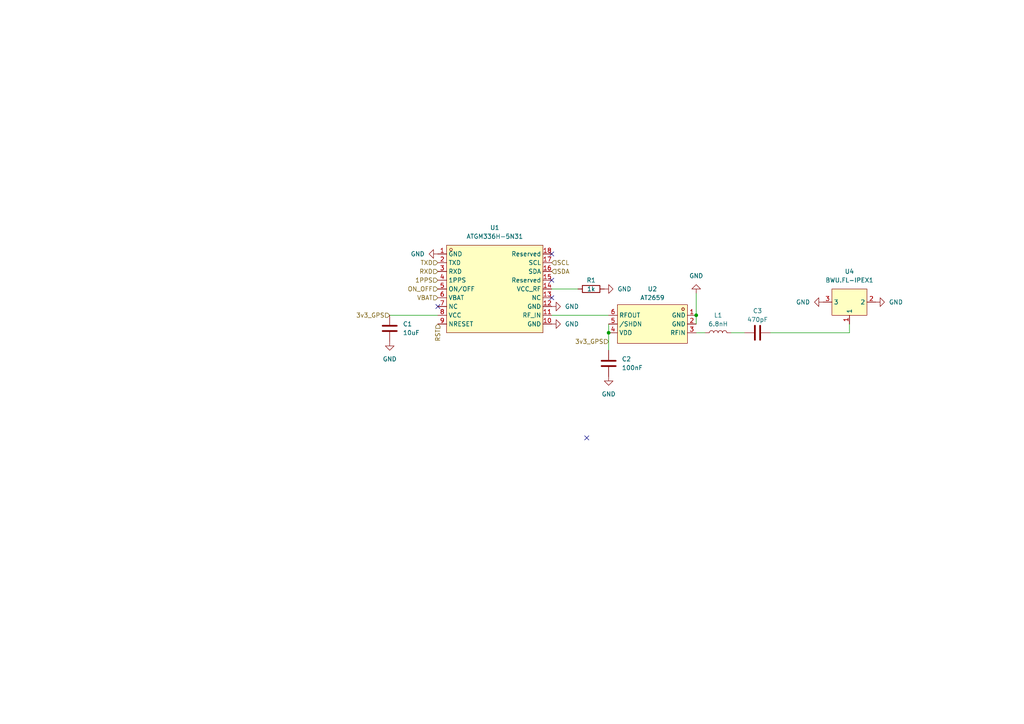
<source format=kicad_sch>
(kicad_sch (version 20230121) (generator eeschema)
  (paper "A4")
  (lib_symbols
    (symbol "Device:C" (pin_numbers hide) (pin_names (offset 0.254))
      (property "Reference" "C" (at 0.635 2.54 0))
      (property "Value" "C" (at 0.635 -2.54 0))
      (symbol "C_0_1"
        (polyline (pts (xy -2.032 -0.762) (xy 2.032 -0.762)) (stroke (width 0.508)))
        (polyline (pts (xy -2.032 0.762) (xy 2.032 0.762)) (stroke (width 0.508)))
      )
      (symbol "C_1_1"
        (pin passive line (at 0 3.81 270) (length 2.794) (name "~") (number "1"))
        (pin passive line (at 0 -3.81 90) (length 2.794) (name "~") (number "2"))
      )
    )
    (symbol "Device:L" (pin_numbers hide) (pin_names (offset 1.016) hide)
      (property "Reference" "L" (at -1.27 0 90))
      (property "Value" "L" (at 1.905 0 90))
      (symbol "L_0_1"
        (arc (start 0 -2.54) (mid 0.6323 -1.905) (end 0 -1.27))
        (arc (start 0 -1.27) (mid 0.6323 -0.635) (end 0 0))
        (arc (start 0 0) (mid 0.6323 0.635) (end 0 1.27))
        (arc (start 0 1.27) (mid 0.6323 1.905) (end 0 2.54))
      )
      (symbol "L_1_1"
        (pin passive line (at 0 3.81 270) (length 1.27) (name "1") (number "1"))
        (pin passive line (at 0 -3.81 90) (length 1.27) (name "2") (number "2"))
      )
    )
    (symbol "Device:R" (pin_numbers hide) (pin_names (offset 0))
      (property "Reference" "R" (at 2.032 0 90))
      (property "Value" "R" (at 0 0 90))
      (symbol "R_0_1"
        (rectangle (start -1.016 -2.54) (end 1.016 2.54) (stroke (width 0.254)))
      )
      (symbol "R_1_1"
        (pin passive line (at 0 3.81 270) (length 1.27) (name "~") (number "1"))
        (pin passive line (at 0 -3.81 90) (length 1.27) (name "~") (number "2"))
      )
    )
    (symbol "PARTS:AT2659"
      (property "Reference" "U" (at 0 7.62 0))
      (property "Value" "AT2659" (at 0 -7.62 0))
      (symbol "AT2659_0_1"
        (rectangle (start -10.16 5.59) (end 10.16 -5.59) (fill (type background)))
        (circle (center -8.89 4.32) (radius 0.38))
        (circle (center -8.89 4.32) (radius 0.38))
        (pin unspecified line (at -12.7 2.54 0) (length 2.54) (name "GND") (number "1"))
        (pin unspecified line (at -12.7 0 0) (length 2.54) (name "GND") (number "2"))
        (pin unspecified line (at -12.7 -2.54 0) (length 2.54) (name "RFIN") (number "3"))
        (pin unspecified line (at 12.7 -2.54 180) (length 2.54) (name "VDD") (number "4"))
        (pin unspecified line (at 12.7 0 180) (length 2.54) (name "/SHDN") (number "5"))
        (pin unspecified line (at 12.7 2.54 180) (length 2.54) (name "RFOUT") (number "6"))
      )
    )
    (symbol "PARTS:ATGM336H-5N31"
      (property "Reference" "U" (at 0 15.24 0))
      (property "Value" "ATGM336H-5N31" (at 0 -15.24 0))
      (symbol "ATGM336H-5N31_0_1"
        (rectangle (start -13.97 12.7) (end 13.97 -12.7) (fill (type background)))
        (circle (center -12.7 11.43) (radius 0.38))
        (pin unspecified line (at -16.51 10.16 0) (length 2.54) (name "GND") (number "1"))
        (pin unspecified line (at 16.51 -10.16 180) (length 2.54) (name "GND") (number "10"))
        (pin unspecified line (at 16.51 -7.62 180) (length 2.54) (name "RF_IN") (number "11"))
        (pin unspecified line (at 16.51 -5.08 180) (length 2.54) (name "GND") (number "12"))
        (pin unspecified line (at 16.51 -2.54 180) (length 2.54) (name "NC") (number "13"))
        (pin unspecified line (at 16.51 0 180) (length 2.54) (name "VCC_RF") (number "14"))
        (pin unspecified line (at 16.51 2.54 180) (length 2.54) (name "Reserved") (number "15"))
        (pin unspecified line (at 16.51 5.08 180) (length 2.54) (name "SDA") (number "16"))
        (pin unspecified line (at 16.51 7.62 180) (length 2.54) (name "SCL") (number "17"))
        (pin unspecified line (at 16.51 10.16 180) (length 2.54) (name "Reserved") (number "18"))
        (pin unspecified line (at -16.51 7.62 0) (length 2.54) (name "TXD") (number "2"))
        (pin unspecified line (at -16.51 5.08 0) (length 2.54) (name "RXD") (number "3"))
        (pin unspecified line (at -16.51 2.54 0) (length 2.54) (name "1PPS") (number "4"))
        (pin unspecified line (at -16.51 0 0) (length 2.54) (name "ON/OFF") (number "5"))
        (pin unspecified line (at -16.51 -2.54 0) (length 2.54) (name "VBAT") (number "6"))
        (pin unspecified line (at -16.51 -5.08 0) (length 2.54) (name "NC") (number "7"))
        (pin unspecified line (at -16.51 -7.62 0) (length 2.54) (name "VCC") (number "8"))
        (pin unspecified line (at -16.51 -10.16 0) (length 2.54) (name "NRESET") (number "9"))
      )
    )
    (symbol "PARTS:BWU.FL-IPEX1"
      (property "Reference" "U" (at 0 12.7 0))
      (property "Value" "BWU.FL-IPEX1" (at 0 -12.7 0))
      (symbol "BWU.FL-IPEX1_0_1"
        (rectangle (start -5.08 5.08) (end 2.54 -5.08) (fill (type background)))
        (pin unspecified line (at 5.08 0 180) (length 2.54) (name "1") (number "1"))
        (pin unspecified line (at -1.27 7.62 270) (length 2.54) (name "2") (number "2"))
        (pin unspecified line (at -1.27 -7.62 90) (length 2.54) (name "3") (number "3"))
      )
    )
    (symbol "power:GND" (power) (pin_names (offset 0))
      (property "Value" "GND" (at 0 -3.81 0))
      (symbol "GND_0_1"
        (polyline (pts (xy 0 0) (xy 0 -1.27) (xy 1.27 -1.27) (xy 0 -2.54) (xy -1.27 -1.27) (xy 0 -1.27)))
      )
      (symbol "GND_1_1"
        (pin power_in line (at 0 0 270) (length 0) hide (name "GND") (number "1"))
      )
    )
  )
  (junction (at 176.53 96.52))
  (junction (at 201.93 91.44))
  (no_connect (at 170.18 127))
  (no_connect (at 160.02 73.66))
  (no_connect (at 160.02 81.28))
  (no_connect (at 160.02 86.36))
  (no_connect (at 127 88.9))
  (wire (pts (xy 201.93 91.44) (xy 201.93 93.98)))
  (wire (pts (xy 160.02 91.44) (xy 176.53 91.44)))
  (wire (pts (xy 246.38 96.52) (xy 246.38 93.98)))
  (wire (pts (xy 204.47 96.52) (xy 201.93 96.52)))
  (wire (pts (xy 176.53 96.52) (xy 176.53 101.6)))
  (wire (pts (xy 223.52 96.52) (xy 246.38 96.52)))
  (wire (pts (xy 215.9 96.52) (xy 212.09 96.52)))
  (wire (pts (xy 160.02 83.82) (xy 167.64 83.82)))
  (wire (pts (xy 201.93 85.09) (xy 201.93 91.44)))
  (wire (pts (xy 176.53 93.98) (xy 176.53 96.52)))
  (wire (pts (xy 113.03 91.44) (xy 127 91.44)))
  (hierarchical_label "RST" (shape input) (at 127 93.98 270))
  (hierarchical_label "1PPS" (shape input) (at 127 81.28 180))
  (hierarchical_label "RXD" (shape input) (at 127 78.74 180))
  (hierarchical_label "3v3_GPS" (shape input) (at 176.53 99.06 180))
  (hierarchical_label "SDA" (shape input) (at 160.02 78.74 0))
  (hierarchical_label "TXD" (shape input) (at 127 76.2 180))
  (hierarchical_label "3v3_GPS" (shape input) (at 113.03 91.44 180))
  (hierarchical_label "SCL" (shape input) (at 160.02 76.2 0))
  (hierarchical_label "VBAT" (shape input) (at 127 86.36 180))
  (hierarchical_label "ON_OFF" (shape input) (at 127 83.82 180))
  (symbol (lib_id "Device:C") (at 219.71 96.52 90) (unit 1)
    (property "Reference" "C3" (at 219.71 90.17 90))
    (property "Value" "470pF" (at 219.71 92.71 90))
    (property "Footprint" "Capacitor_SMD:C_1206_3216Metric" (effects hide))
    (property "LCSC Part" "C3900342" (effects hide))
    (instances (project "GPS_Carrier" (path "" (reference "C3") (unit 1))) (project "Combined-MCU-GPS-LoRa" (path "" (reference "C11") (unit 1))) (project "combined" (path "" (reference "C2") (unit 1))))
  )
  (symbol (lib_id "power:GND") (at 201.93 85.09 180) (unit 1)
    (property "Reference" "#PWR08" (effects hide))
    (property "Value" "GND" (at 201.93 80.01 0))
    (instances (project "GPS_Carrier" (path "" (reference "#PWR08") (unit 1))) (project "Combined-MCU-GPS-LoRa" (path "" (reference "#PWR031") (unit 1))) (project "combined" (path "" (reference "#PWR03") (unit 1))))
  )
  (symbol (lib_id "power:GND") (at 238.76 87.63 270) (unit 1)
    (property "Reference" "#PWR012" (effects hide))
    (property "Value" "GND" (at 234.95 87.63 90) (effects (justify right)))
    (instances (project "GPS_Carrier" (path "" (reference "#PWR012") (unit 1))) (project "Combined-MCU-GPS-LoRa" (path "" (reference "#PWR032") (unit 1))) (project "combined" (path "" (reference "#PWR03") (unit 1))))
  )
  (symbol (lib_id "PARTS:ATGM336H-5N31") (at 143.51 83.82 0) (unit 1)
    (property "Reference" "U1" (at 143.51 66.04 0))
    (property "Value" "ATGM336H-5N31" (at 143.51 68.58 0))
    (property "Footprint" "PARTS:RA_08H-BREAKOUT" (effects hide))
    (instances (project "GPS_Carrier" (path "" (reference "U1") (unit 1))) (project "Combined-MCU-GPS-LoRa" (path "" (reference "U5") (unit 1))) (project "combined" (path "" (reference "U1") (unit 1))))
  )
  (symbol (lib_id "power:GND") (at 160.02 88.9 90) (unit 1)
    (property "Reference" "#PWR04" (effects hide))
    (property "Value" "GND" (at 163.83 88.9 90) (effects (justify right)))
    (instances (project "GPS_Carrier" (path "" (reference "#PWR04") (unit 1))) (project "Combined-MCU-GPS-LoRa" (path "" (reference "#PWR027") (unit 1))) (project "combined" (path "" (reference "#PWR06") (unit 1))))
  )
  (symbol (lib_id "PARTS:AT2659") (at 189.23 93.98 0) (mirror y) (unit 1)
    (property "Reference" "U2" (at 189.23 83.82 0))
    (property "Value" "AT2659" (at 189.23 86.36 0))
    (property "Footprint" "PARTS:AT2659" (effects hide))
    (property "Datasheet" "https://lcsc.com/product-detail/Low-Noise-OpAmps_AT2659_C92450.html" (effects hide))
    (property "LCSC Part" "C92450" (effects hide))
    (instances (project "GPS_Carrier" (path "" (reference "U2") (unit 1))) (project "Combined-MCU-GPS-LoRa" (path "" (reference "U7") (unit 1))) (project "combined" (path "" (reference "U3") (unit 1))))
  )
  (symbol (lib_id "power:GND") (at 113.03 99.06 0) (unit 1)
    (property "Reference" "#PWR02" (effects hide))
    (property "Value" "GND" (at 113.03 104.14 0))
    (instances (project "GPS_Carrier" (path "" (reference "#PWR02") (unit 1))) (project "Combined-MCU-GPS-LoRa" (path "" (reference "#PWR021") (unit 1))) (project "combined" (path "" (reference "#PWR08") (unit 1))))
  )
  (symbol (lib_id "Device:C") (at 113.03 95.25 0) (unit 1)
    (property "Reference" "C1" (at 116.84 93.98 0) (effects (justify left)))
    (property "Value" "10uF" (at 116.84 96.52 0) (effects (justify left)))
    (property "Footprint" "Capacitor_SMD:C_0402_1005Metric" (effects hide))
    (property "LCSC Part" "C412251" (effects hide))
    (instances (project "GPS_Carrier" (path "" (reference "C1") (unit 1))) (project "Combined-MCU-GPS-LoRa" (path "" (reference "C7") (unit 1))) (project "combined" (path "" (reference "C3") (unit 1))))
  )
  (symbol (lib_id "Device:R") (at 171.45 83.82 90) (unit 1)
    (property "Reference" "R1" (at 171.45 81.28 90))
    (property "Value" "1k" (at 171.45 83.82 90))
  )
  (symbol (lib_id "power:GND") (at 160.02 93.98 90) (unit 1)
    (property "Reference" "#PWR05" (effects hide))
    (property "Value" "GND" (at 163.83 93.98 90) (effects (justify right)))
    (instances (project "GPS_Carrier" (path "" (reference "#PWR05") (unit 1))) (project "Combined-MCU-GPS-LoRa" (path "" (reference "#PWR028") (unit 1))) (project "combined" (path "" (reference "#PWR05") (unit 1))))
  )
  (symbol (lib_id "Device:L") (at 208.28 96.52 90) (unit 1)
    (property "Reference" "L1" (at 208.28 91.44 90))
    (property "Value" "6.8nH" (at 208.28 93.98 90))
    (property "Footprint" "Inductor_SMD:L_0402_1005Metric" (effects hide))
    (property "LCSC Part" "C963991" (effects hide))
  )
  (symbol (lib_id "power:GND") (at 254 87.63 90) (unit 1)
    (property "Reference" "#PWR015" (effects hide))
    (property "Value" "GND" (at 257.81 87.63 90) (effects (justify right)))
    (instances (project "GPS_Carrier" (path "" (reference "#PWR015") (unit 1))) (project "Combined-MCU-GPS-LoRa" (path "" (reference "#PWR033") (unit 1))) (project "combined" (path "" (reference "#PWR03") (unit 1))))
  )
  (symbol (lib_id "power:GND") (at 176.53 109.22 0) (unit 1)
    (property "Reference" "#PWR07" (effects hide))
    (property "Value" "GND" (at 176.53 114.3 0))
    (instances (project "GPS_Carrier" (path "" (reference "#PWR07") (unit 1))) (project "Combined-MCU-GPS-LoRa" (path "" (reference "#PWR030") (unit 1))) (project "combined" (path "" (reference "#PWR01") (unit 1))))
  )
  (symbol (lib_id "PARTS:BWU.FL-IPEX1") (at 246.38 88.9 270) (unit 1)
    (property "Reference" "U4" (at 246.38 78.74 90))
    (property "Value" "BWU.FL-IPEX1" (at 246.38 81.28 90))
    (property "Footprint" "PARTS:IPEX-SMD_BWIPX-1-001E" (effects hide))
    (property "LCSC Part" "C5137195" (effects hide))
    (instances (project "GPS_Carrier" (path "" (reference "U4") (unit 1))) (project "Combined-MCU-GPS-LoRa" (path "" (reference "U8") (unit 1))))
  )
  (symbol (lib_id "power:GND") (at 175.26 83.82 90) (unit 1)
    (property "Reference" "#PWR019" (effects hide))
    (property "Value" "GND" (at 179.07 83.82 90) (effects (justify right)))
  )
  (symbol (lib_id "Device:C") (at 176.53 105.41 0) (unit 1)
    (property "Reference" "C2" (at 180.34 104.14 0) (effects (justify left)))
    (property "Value" "100nF" (at 180.34 106.68 0) (effects (justify left)))
    (property "Footprint" "Capacitor_SMD:C_1206_3216Metric" (effects hide))
    (property "LCSC Part" "C3839854" (effects hide))
    (instances (project "GPS_Carrier" (path "" (reference "C2") (unit 1))) (project "Combined-MCU-GPS-LoRa" (path "" (reference "C10") (unit 1))) (project "combined" (path "" (reference "C1") (unit 1))))
  )
  (symbol (lib_id "power:GND") (at 127 73.66 270) (unit 1)
    (property "Reference" "#PWR03" (effects hide))
    (property "Value" "GND" (at 123.19 73.66 90) (effects (justify right)))
    (instances (project "GPS_Carrier" (path "" (reference "#PWR03") (unit 1))) (project "Combined-MCU-GPS-LoRa" (path "" (reference "#PWR023") (unit 1))) (project "combined" (path "" (reference "#PWR04") (unit 1))))
  )
)
</source>
